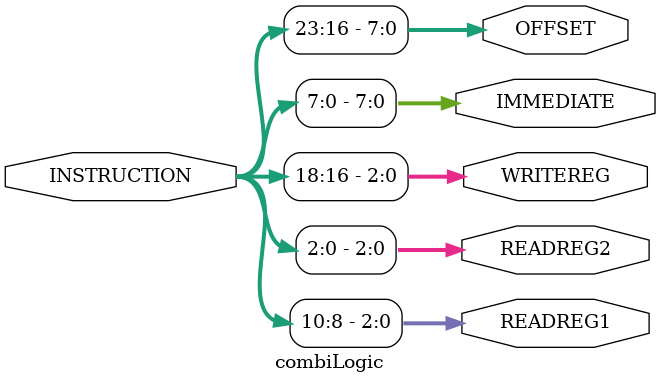
<source format=v>
`timescale 1ns/100ps

module combiLogic (

    //Inputs
    input [31:0] INSTRUCTION,

    //Outputs
    output [2:0] READREG1, READREG2, WRITEREG,
    output [7:0] IMMEDIATE, OFFSET
); 

    //Instruction encoded format
    /*  OP-CODE         (bits 31-24)        OPCODE
        RD / IMM        (bits 23-16)        WRITEREG / OFFSET
        RT              (bits 15-8)         READREG1
        RS / IMM        (bits7-0)           READREG2 / IMMEDIATE
        OFFSET          (bits 23-16)        JUMP/BRANCH 
    */

    //Assigining values to the outputs 
    //No delays - assing values immediately
    assign READREG1 = INSTRUCTION[15:8];
    assign READREG2 = INSTRUCTION[7:0];
    assign WRITEREG = INSTRUCTION[18:16];
    assign IMMEDIATE = INSTRUCTION[7:0];
    assign OFFSET = INSTRUCTION[23:16];
    
endmodule
</source>
